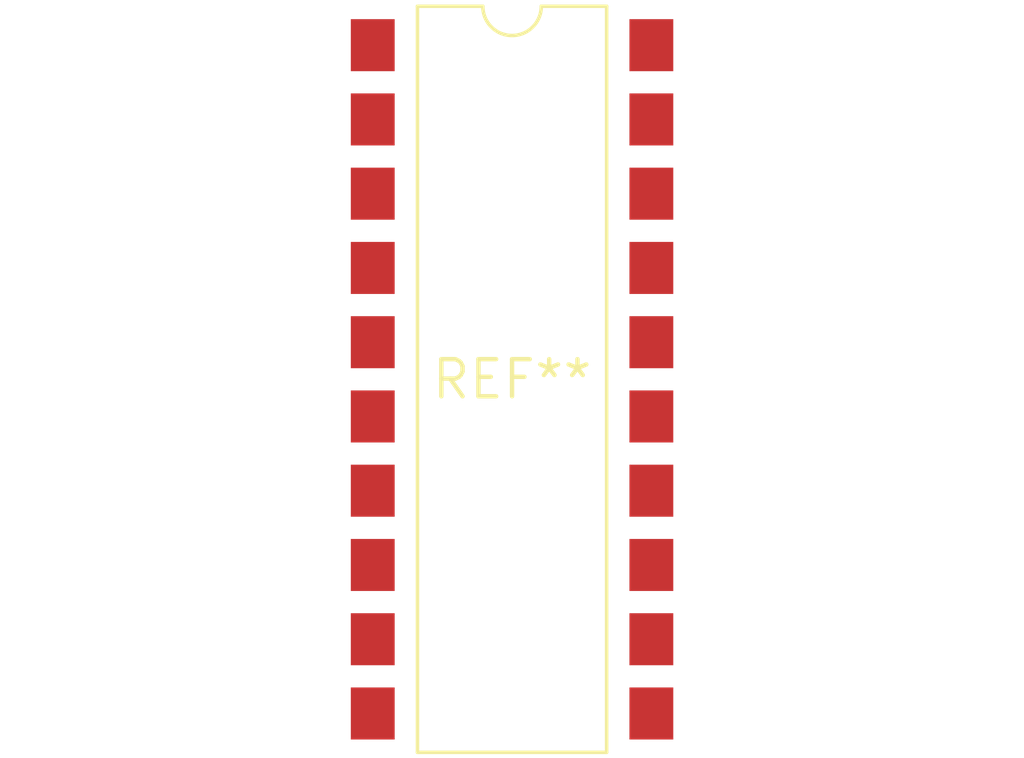
<source format=kicad_pcb>
(kicad_pcb (version 20240108) (generator pcbnew)
  (layers (0 "F.Cu" signal) (31 "B.Cu" signal) (34 "B.Paste" user) (35 "F.Paste" user) (36 "B.SilkS" user "B.Silkscreen") (37 "F.SilkS" user "F.Silkscreen") (38 "B.Mask" user) (39 "F.Mask" user) (44 "Edge.Cuts" user))
  (net 0 "")
  (footprint "SMDIP-20_W9.53mm_Clearance8mm" (layer "F.Cu") (at 0 0)
    (property "Reference" "REF**")
    (property "Value" "SMDIP-20_W9.53mm_Clearance8mm")
    (fp_line (start -3.235 -12.76) (end -3.235 12.76) (layer "F.SilkS") (stroke (width 0.12)))
    (fp_line (start -3.235 12.76) (end 3.235 12.76) (layer "F.SilkS") (stroke (width 0.12)))
    (fp_line (start -1 -12.76) (end -3.235 -12.76) (layer "F.SilkS") (stroke (width 0.12)))
    (fp_line (start 3.235 -12.76) (end 1 -12.76) (layer "F.SilkS") (stroke (width 0.12)))
    (fp_line (start 3.235 12.76) (end 3.235 -12.76) (layer "F.SilkS") (stroke (width 0.12)))
    (fp_arc (start 1 -12.76) (mid 0 -11.76) (end -1 -12.76) (layer "F.SilkS") (stroke (width 0.12)))
    (pad "1" smd rect (at -4.765 -11.43) (size 1.5 1.78) (layers "F.Cu" "F.Paste" "F.Mask"))
    (pad "2" smd rect (at -4.765 -8.89) (size 1.5 1.78) (layers "F.Cu" "F.Paste" "F.Mask"))
    (pad "3" smd rect (at -4.765 -6.35) (size 1.5 1.78) (layers "F.Cu" "F.Paste" "F.Mask"))
    (pad "4" smd rect (at -4.765 -3.81) (size 1.5 1.78) (layers "F.Cu" "F.Paste" "F.Mask"))
    (pad "5" smd rect (at -4.765 -1.27) (size 1.5 1.78) (layers "F.Cu" "F.Paste" "F.Mask"))
    (pad "6" smd rect (at -4.765 1.27) (size 1.5 1.78) (layers "F.Cu" "F.Paste" "F.Mask"))
    (pad "7" smd rect (at -4.765 3.81) (size 1.5 1.78) (layers "F.Cu" "F.Paste" "F.Mask"))
    (pad "8" smd rect (at -4.765 6.35) (size 1.5 1.78) (layers "F.Cu" "F.Paste" "F.Mask"))
    (pad "9" smd rect (at -4.765 8.89) (size 1.5 1.78) (layers "F.Cu" "F.Paste" "F.Mask"))
    (pad "10" smd rect (at -4.765 11.43) (size 1.5 1.78) (layers "F.Cu" "F.Paste" "F.Mask"))
    (pad "11" smd rect (at 4.765 11.43) (size 1.5 1.78) (layers "F.Cu" "F.Paste" "F.Mask"))
    (pad "12" smd rect (at 4.765 8.89) (size 1.5 1.78) (layers "F.Cu" "F.Paste" "F.Mask"))
    (pad "13" smd rect (at 4.765 6.35) (size 1.5 1.78) (layers "F.Cu" "F.Paste" "F.Mask"))
    (pad "14" smd rect (at 4.765 3.81) (size 1.5 1.78) (layers "F.Cu" "F.Paste" "F.Mask"))
    (pad "15" smd rect (at 4.765 1.27) (size 1.5 1.78) (layers "F.Cu" "F.Paste" "F.Mask"))
    (pad "16" smd rect (at 4.765 -1.27) (size 1.5 1.78) (layers "F.Cu" "F.Paste" "F.Mask"))
    (pad "17" smd rect (at 4.765 -3.81) (size 1.5 1.78) (layers "F.Cu" "F.Paste" "F.Mask"))
    (pad "18" smd rect (at 4.765 -6.35) (size 1.5 1.78) (layers "F.Cu" "F.Paste" "F.Mask"))
    (pad "19" smd rect (at 4.765 -8.89) (size 1.5 1.78) (layers "F.Cu" "F.Paste" "F.Mask"))
    (pad "20" smd rect (at 4.765 -11.43) (size 1.5 1.78) (layers "F.Cu" "F.Paste" "F.Mask"))
  )
)
</source>
